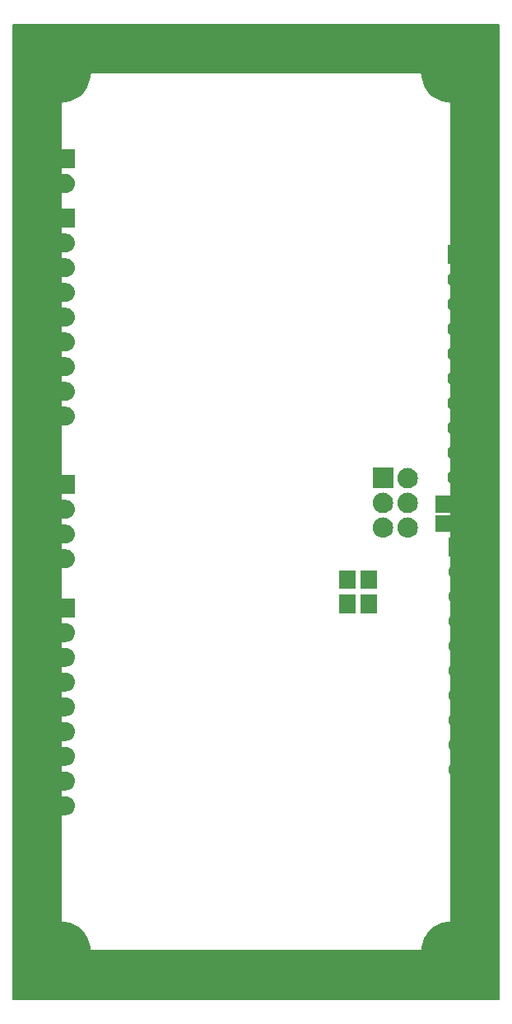
<source format=gbs>
G04 #@! TF.GenerationSoftware,KiCad,Pcbnew,(5.0.2)-1*
G04 #@! TF.CreationDate,2019-03-14T17:23:15+01:00*
G04 #@! TF.ProjectId,Alexi2c,416c6578-6932-4632-9e6b-696361645f70,rev?*
G04 #@! TF.SameCoordinates,Original*
G04 #@! TF.FileFunction,Soldermask,Bot*
G04 #@! TF.FilePolarity,Negative*
%FSLAX46Y46*%
G04 Gerber Fmt 4.6, Leading zero omitted, Abs format (unit mm)*
G04 Created by KiCad (PCBNEW (5.0.2)-1) date 14/03/2019 17:23:15*
%MOMM*%
%LPD*%
G01*
G04 APERTURE LIST*
%ADD10C,0.150000*%
%ADD11C,0.100000*%
G04 APERTURE END LIST*
D10*
X90000000Y-135000000D02*
X90000000Y-35000000D01*
X140000000Y-135000000D02*
X90000000Y-135000000D01*
X140000000Y-35000000D02*
X140000000Y-135000000D01*
X90000000Y-35000000D02*
X140000000Y-35000000D01*
D11*
G36*
X140000000Y-135000000D02*
X90000000Y-135000000D01*
X90000000Y-43075000D01*
X95000000Y-43075000D01*
X95000000Y-47643000D01*
X95002402Y-47667386D01*
X95009515Y-47690835D01*
X95021066Y-47712446D01*
X95036612Y-47731388D01*
X95055554Y-47746934D01*
X95077165Y-47758485D01*
X95100614Y-47765598D01*
X95125000Y-47768000D01*
X96374750Y-47768000D01*
X96374750Y-49692000D01*
X95125000Y-49692000D01*
X95100614Y-49694402D01*
X95077165Y-49701515D01*
X95055554Y-49713066D01*
X95036612Y-49728612D01*
X95021066Y-49747554D01*
X95009515Y-49769165D01*
X95002402Y-49792614D01*
X95000000Y-49817000D01*
X95000000Y-50183000D01*
X95002402Y-50207386D01*
X95009515Y-50230835D01*
X95021066Y-50252446D01*
X95036612Y-50271388D01*
X95055554Y-50286934D01*
X95077165Y-50298485D01*
X95100614Y-50305598D01*
X95125000Y-50308000D01*
X95460007Y-50308000D01*
X95601336Y-50321919D01*
X95782670Y-50376927D01*
X95949797Y-50466258D01*
X96096278Y-50586472D01*
X96216492Y-50732953D01*
X96305823Y-50900080D01*
X96360831Y-51081414D01*
X96379404Y-51270000D01*
X96360831Y-51458586D01*
X96305823Y-51639920D01*
X96216492Y-51807047D01*
X96096278Y-51953528D01*
X95949797Y-52073742D01*
X95782670Y-52163073D01*
X95601336Y-52218081D01*
X95460007Y-52232000D01*
X95125000Y-52232000D01*
X95100614Y-52234402D01*
X95077165Y-52241515D01*
X95055554Y-52253066D01*
X95036612Y-52268612D01*
X95021066Y-52287554D01*
X95009515Y-52309165D01*
X95002402Y-52332614D01*
X95000000Y-52357000D01*
X95000000Y-53753000D01*
X95002402Y-53777386D01*
X95009515Y-53800835D01*
X95021066Y-53822446D01*
X95036612Y-53841388D01*
X95055554Y-53856934D01*
X95077165Y-53868485D01*
X95100614Y-53875598D01*
X95125000Y-53878000D01*
X96374750Y-53878000D01*
X96374750Y-55802000D01*
X95125000Y-55802000D01*
X95100614Y-55804402D01*
X95077165Y-55811515D01*
X95055554Y-55823066D01*
X95036612Y-55838612D01*
X95021066Y-55857554D01*
X95009515Y-55879165D01*
X95002402Y-55902614D01*
X95000000Y-55927000D01*
X95000000Y-56293000D01*
X95002402Y-56317386D01*
X95009515Y-56340835D01*
X95021066Y-56362446D01*
X95036612Y-56381388D01*
X95055554Y-56396934D01*
X95077165Y-56408485D01*
X95100614Y-56415598D01*
X95125000Y-56418000D01*
X95460007Y-56418000D01*
X95601336Y-56431919D01*
X95782670Y-56486927D01*
X95949797Y-56576258D01*
X96096278Y-56696472D01*
X96216492Y-56842953D01*
X96305823Y-57010080D01*
X96360831Y-57191414D01*
X96379404Y-57380000D01*
X96360831Y-57568586D01*
X96305823Y-57749920D01*
X96216492Y-57917047D01*
X96096278Y-58063528D01*
X95949797Y-58183742D01*
X95782670Y-58273073D01*
X95601336Y-58328081D01*
X95460007Y-58342000D01*
X95125000Y-58342000D01*
X95100614Y-58344402D01*
X95077165Y-58351515D01*
X95055554Y-58363066D01*
X95036612Y-58378612D01*
X95021066Y-58397554D01*
X95009515Y-58419165D01*
X95002402Y-58442614D01*
X95000000Y-58467000D01*
X95000000Y-58833000D01*
X95002402Y-58857386D01*
X95009515Y-58880835D01*
X95021066Y-58902446D01*
X95036612Y-58921388D01*
X95055554Y-58936934D01*
X95077165Y-58948485D01*
X95100614Y-58955598D01*
X95125000Y-58958000D01*
X95460007Y-58958000D01*
X95601336Y-58971919D01*
X95782670Y-59026927D01*
X95949797Y-59116258D01*
X96096278Y-59236472D01*
X96216492Y-59382953D01*
X96305823Y-59550080D01*
X96360831Y-59731414D01*
X96379404Y-59920000D01*
X96360831Y-60108586D01*
X96305823Y-60289920D01*
X96216492Y-60457047D01*
X96096278Y-60603528D01*
X95949797Y-60723742D01*
X95782670Y-60813073D01*
X95601336Y-60868081D01*
X95460007Y-60882000D01*
X95125000Y-60882000D01*
X95100614Y-60884402D01*
X95077165Y-60891515D01*
X95055554Y-60903066D01*
X95036612Y-60918612D01*
X95021066Y-60937554D01*
X95009515Y-60959165D01*
X95002402Y-60982614D01*
X95000000Y-61007000D01*
X95000000Y-61373000D01*
X95002402Y-61397386D01*
X95009515Y-61420835D01*
X95021066Y-61442446D01*
X95036612Y-61461388D01*
X95055554Y-61476934D01*
X95077165Y-61488485D01*
X95100614Y-61495598D01*
X95125000Y-61498000D01*
X95460007Y-61498000D01*
X95601336Y-61511919D01*
X95782670Y-61566927D01*
X95949797Y-61656258D01*
X96096278Y-61776472D01*
X96216492Y-61922953D01*
X96305823Y-62090080D01*
X96360831Y-62271414D01*
X96379404Y-62460000D01*
X96360831Y-62648586D01*
X96305823Y-62829920D01*
X96216492Y-62997047D01*
X96096278Y-63143528D01*
X95949797Y-63263742D01*
X95782670Y-63353073D01*
X95601336Y-63408081D01*
X95460007Y-63422000D01*
X95125000Y-63422000D01*
X95100614Y-63424402D01*
X95077165Y-63431515D01*
X95055554Y-63443066D01*
X95036612Y-63458612D01*
X95021066Y-63477554D01*
X95009515Y-63499165D01*
X95002402Y-63522614D01*
X95000000Y-63547000D01*
X95000000Y-63913000D01*
X95002402Y-63937386D01*
X95009515Y-63960835D01*
X95021066Y-63982446D01*
X95036612Y-64001388D01*
X95055554Y-64016934D01*
X95077165Y-64028485D01*
X95100614Y-64035598D01*
X95125000Y-64038000D01*
X95460007Y-64038000D01*
X95601336Y-64051919D01*
X95782670Y-64106927D01*
X95949797Y-64196258D01*
X96096278Y-64316472D01*
X96216492Y-64462953D01*
X96305823Y-64630080D01*
X96360831Y-64811414D01*
X96379404Y-65000000D01*
X96360831Y-65188586D01*
X96305823Y-65369920D01*
X96216492Y-65537047D01*
X96096278Y-65683528D01*
X95949797Y-65803742D01*
X95782670Y-65893073D01*
X95601336Y-65948081D01*
X95460007Y-65962000D01*
X95125000Y-65962000D01*
X95100614Y-65964402D01*
X95077165Y-65971515D01*
X95055554Y-65983066D01*
X95036612Y-65998612D01*
X95021066Y-66017554D01*
X95009515Y-66039165D01*
X95002402Y-66062614D01*
X95000000Y-66087000D01*
X95000000Y-66453000D01*
X95002402Y-66477386D01*
X95009515Y-66500835D01*
X95021066Y-66522446D01*
X95036612Y-66541388D01*
X95055554Y-66556934D01*
X95077165Y-66568485D01*
X95100614Y-66575598D01*
X95125000Y-66578000D01*
X95460007Y-66578000D01*
X95601336Y-66591919D01*
X95782670Y-66646927D01*
X95949797Y-66736258D01*
X96096278Y-66856472D01*
X96216492Y-67002953D01*
X96305823Y-67170080D01*
X96360831Y-67351414D01*
X96379404Y-67540000D01*
X96360831Y-67728586D01*
X96305823Y-67909920D01*
X96216492Y-68077047D01*
X96096278Y-68223528D01*
X95949797Y-68343742D01*
X95782670Y-68433073D01*
X95601336Y-68488081D01*
X95460007Y-68502000D01*
X95125000Y-68502000D01*
X95100614Y-68504402D01*
X95077165Y-68511515D01*
X95055554Y-68523066D01*
X95036612Y-68538612D01*
X95021066Y-68557554D01*
X95009515Y-68579165D01*
X95002402Y-68602614D01*
X95000000Y-68627000D01*
X95000000Y-68993000D01*
X95002402Y-69017386D01*
X95009515Y-69040835D01*
X95021066Y-69062446D01*
X95036612Y-69081388D01*
X95055554Y-69096934D01*
X95077165Y-69108485D01*
X95100614Y-69115598D01*
X95125000Y-69118000D01*
X95460007Y-69118000D01*
X95601336Y-69131919D01*
X95782670Y-69186927D01*
X95949797Y-69276258D01*
X96096278Y-69396472D01*
X96216492Y-69542953D01*
X96305823Y-69710080D01*
X96360831Y-69891414D01*
X96379404Y-70080000D01*
X96360831Y-70268586D01*
X96305823Y-70449920D01*
X96216492Y-70617047D01*
X96096278Y-70763528D01*
X95949797Y-70883742D01*
X95782670Y-70973073D01*
X95601336Y-71028081D01*
X95460007Y-71042000D01*
X95125000Y-71042000D01*
X95100614Y-71044402D01*
X95077165Y-71051515D01*
X95055554Y-71063066D01*
X95036612Y-71078612D01*
X95021066Y-71097554D01*
X95009515Y-71119165D01*
X95002402Y-71142614D01*
X95000000Y-71167000D01*
X95000000Y-71533000D01*
X95002402Y-71557386D01*
X95009515Y-71580835D01*
X95021066Y-71602446D01*
X95036612Y-71621388D01*
X95055554Y-71636934D01*
X95077165Y-71648485D01*
X95100614Y-71655598D01*
X95125000Y-71658000D01*
X95460007Y-71658000D01*
X95601336Y-71671919D01*
X95782670Y-71726927D01*
X95949797Y-71816258D01*
X96096278Y-71936472D01*
X96216492Y-72082953D01*
X96305823Y-72250080D01*
X96360831Y-72431414D01*
X96379404Y-72620000D01*
X96360831Y-72808586D01*
X96305823Y-72989920D01*
X96216492Y-73157047D01*
X96096278Y-73303528D01*
X95949797Y-73423742D01*
X95782670Y-73513073D01*
X95601336Y-73568081D01*
X95460007Y-73582000D01*
X95125000Y-73582000D01*
X95100614Y-73584402D01*
X95077165Y-73591515D01*
X95055554Y-73603066D01*
X95036612Y-73618612D01*
X95021066Y-73637554D01*
X95009515Y-73659165D01*
X95002402Y-73682614D01*
X95000000Y-73707000D01*
X95000000Y-74073000D01*
X95002402Y-74097386D01*
X95009515Y-74120835D01*
X95021066Y-74142446D01*
X95036612Y-74161388D01*
X95055554Y-74176934D01*
X95077165Y-74188485D01*
X95100614Y-74195598D01*
X95125000Y-74198000D01*
X95460007Y-74198000D01*
X95601336Y-74211919D01*
X95782670Y-74266927D01*
X95949797Y-74356258D01*
X96096278Y-74476472D01*
X96216492Y-74622953D01*
X96305823Y-74790080D01*
X96360831Y-74971414D01*
X96379404Y-75160000D01*
X96360831Y-75348586D01*
X96305823Y-75529920D01*
X96216492Y-75697047D01*
X96096278Y-75843528D01*
X95949797Y-75963742D01*
X95782670Y-76053073D01*
X95601336Y-76108081D01*
X95460007Y-76122000D01*
X95125000Y-76122000D01*
X95100614Y-76124402D01*
X95077165Y-76131515D01*
X95055554Y-76143066D01*
X95036612Y-76158612D01*
X95021066Y-76177554D01*
X95009515Y-76199165D01*
X95002402Y-76222614D01*
X95000000Y-76247000D01*
X95000000Y-81103000D01*
X95002402Y-81127386D01*
X95009515Y-81150835D01*
X95021066Y-81172446D01*
X95036612Y-81191388D01*
X95055554Y-81206934D01*
X95077165Y-81218485D01*
X95100614Y-81225598D01*
X95125000Y-81228000D01*
X96374750Y-81228000D01*
X96374750Y-83152000D01*
X95125000Y-83152000D01*
X95100614Y-83154402D01*
X95077165Y-83161515D01*
X95055554Y-83173066D01*
X95036612Y-83188612D01*
X95021066Y-83207554D01*
X95009515Y-83229165D01*
X95002402Y-83252614D01*
X95000000Y-83277000D01*
X95000000Y-83643000D01*
X95002402Y-83667386D01*
X95009515Y-83690835D01*
X95021066Y-83712446D01*
X95036612Y-83731388D01*
X95055554Y-83746934D01*
X95077165Y-83758485D01*
X95100614Y-83765598D01*
X95125000Y-83768000D01*
X95460007Y-83768000D01*
X95601336Y-83781919D01*
X95782670Y-83836927D01*
X95949797Y-83926258D01*
X96096278Y-84046472D01*
X96216492Y-84192953D01*
X96305823Y-84360080D01*
X96360831Y-84541414D01*
X96379404Y-84730000D01*
X96360831Y-84918586D01*
X96305823Y-85099920D01*
X96216492Y-85267047D01*
X96096278Y-85413528D01*
X95949797Y-85533742D01*
X95782670Y-85623073D01*
X95601336Y-85678081D01*
X95460007Y-85692000D01*
X95125000Y-85692000D01*
X95100614Y-85694402D01*
X95077165Y-85701515D01*
X95055554Y-85713066D01*
X95036612Y-85728612D01*
X95021066Y-85747554D01*
X95009515Y-85769165D01*
X95002402Y-85792614D01*
X95000000Y-85817000D01*
X95000000Y-86183000D01*
X95002402Y-86207386D01*
X95009515Y-86230835D01*
X95021066Y-86252446D01*
X95036612Y-86271388D01*
X95055554Y-86286934D01*
X95077165Y-86298485D01*
X95100614Y-86305598D01*
X95125000Y-86308000D01*
X95460007Y-86308000D01*
X95601336Y-86321919D01*
X95782670Y-86376927D01*
X95949797Y-86466258D01*
X96096278Y-86586472D01*
X96216492Y-86732953D01*
X96305823Y-86900080D01*
X96360831Y-87081414D01*
X96379404Y-87270000D01*
X96360831Y-87458586D01*
X96305823Y-87639920D01*
X96216492Y-87807047D01*
X96096278Y-87953528D01*
X95949797Y-88073742D01*
X95782670Y-88163073D01*
X95601336Y-88218081D01*
X95460007Y-88232000D01*
X95125000Y-88232000D01*
X95100614Y-88234402D01*
X95077165Y-88241515D01*
X95055554Y-88253066D01*
X95036612Y-88268612D01*
X95021066Y-88287554D01*
X95009515Y-88309165D01*
X95002402Y-88332614D01*
X95000000Y-88357000D01*
X95000000Y-88723000D01*
X95002402Y-88747386D01*
X95009515Y-88770835D01*
X95021066Y-88792446D01*
X95036612Y-88811388D01*
X95055554Y-88826934D01*
X95077165Y-88838485D01*
X95100614Y-88845598D01*
X95125000Y-88848000D01*
X95460007Y-88848000D01*
X95601336Y-88861919D01*
X95782670Y-88916927D01*
X95949797Y-89006258D01*
X96096278Y-89126472D01*
X96216492Y-89272953D01*
X96305823Y-89440080D01*
X96360831Y-89621414D01*
X96379404Y-89810000D01*
X96360831Y-89998586D01*
X96305823Y-90179920D01*
X96216492Y-90347047D01*
X96096278Y-90493528D01*
X95949797Y-90613742D01*
X95782670Y-90703073D01*
X95601336Y-90758081D01*
X95460007Y-90772000D01*
X95125000Y-90772000D01*
X95100614Y-90774402D01*
X95077165Y-90781515D01*
X95055554Y-90793066D01*
X95036612Y-90808612D01*
X95021066Y-90827554D01*
X95009515Y-90849165D01*
X95002402Y-90872614D01*
X95000000Y-90897000D01*
X95000000Y-93753000D01*
X95002402Y-93777386D01*
X95009515Y-93800835D01*
X95021066Y-93822446D01*
X95036612Y-93841388D01*
X95055554Y-93856934D01*
X95077165Y-93868485D01*
X95100614Y-93875598D01*
X95125000Y-93878000D01*
X96374750Y-93878000D01*
X96374750Y-95802000D01*
X95125000Y-95802000D01*
X95100614Y-95804402D01*
X95077165Y-95811515D01*
X95055554Y-95823066D01*
X95036612Y-95838612D01*
X95021066Y-95857554D01*
X95009515Y-95879165D01*
X95002402Y-95902614D01*
X95000000Y-95927000D01*
X95000000Y-96293000D01*
X95002402Y-96317386D01*
X95009515Y-96340835D01*
X95021066Y-96362446D01*
X95036612Y-96381388D01*
X95055554Y-96396934D01*
X95077165Y-96408485D01*
X95100614Y-96415598D01*
X95125000Y-96418000D01*
X95460007Y-96418000D01*
X95601336Y-96431919D01*
X95782670Y-96486927D01*
X95949797Y-96576258D01*
X96096278Y-96696472D01*
X96216492Y-96842953D01*
X96305823Y-97010080D01*
X96360831Y-97191414D01*
X96379404Y-97380000D01*
X96360831Y-97568586D01*
X96305823Y-97749920D01*
X96216492Y-97917047D01*
X96096278Y-98063528D01*
X95949797Y-98183742D01*
X95782670Y-98273073D01*
X95601336Y-98328081D01*
X95460007Y-98342000D01*
X95125000Y-98342000D01*
X95100614Y-98344402D01*
X95077165Y-98351515D01*
X95055554Y-98363066D01*
X95036612Y-98378612D01*
X95021066Y-98397554D01*
X95009515Y-98419165D01*
X95002402Y-98442614D01*
X95000000Y-98467000D01*
X95000000Y-98833000D01*
X95002402Y-98857386D01*
X95009515Y-98880835D01*
X95021066Y-98902446D01*
X95036612Y-98921388D01*
X95055554Y-98936934D01*
X95077165Y-98948485D01*
X95100614Y-98955598D01*
X95125000Y-98958000D01*
X95460007Y-98958000D01*
X95601336Y-98971919D01*
X95782670Y-99026927D01*
X95949797Y-99116258D01*
X96096278Y-99236472D01*
X96216492Y-99382953D01*
X96305823Y-99550080D01*
X96360831Y-99731414D01*
X96379404Y-99920000D01*
X96360831Y-100108586D01*
X96305823Y-100289920D01*
X96216492Y-100457047D01*
X96096278Y-100603528D01*
X95949797Y-100723742D01*
X95782670Y-100813073D01*
X95601336Y-100868081D01*
X95460007Y-100882000D01*
X95125000Y-100882000D01*
X95100614Y-100884402D01*
X95077165Y-100891515D01*
X95055554Y-100903066D01*
X95036612Y-100918612D01*
X95021066Y-100937554D01*
X95009515Y-100959165D01*
X95002402Y-100982614D01*
X95000000Y-101007000D01*
X95000000Y-101373000D01*
X95002402Y-101397386D01*
X95009515Y-101420835D01*
X95021066Y-101442446D01*
X95036612Y-101461388D01*
X95055554Y-101476934D01*
X95077165Y-101488485D01*
X95100614Y-101495598D01*
X95125000Y-101498000D01*
X95460007Y-101498000D01*
X95601336Y-101511919D01*
X95782670Y-101566927D01*
X95949797Y-101656258D01*
X96096278Y-101776472D01*
X96216492Y-101922953D01*
X96305823Y-102090080D01*
X96360831Y-102271414D01*
X96379404Y-102460000D01*
X96360831Y-102648586D01*
X96305823Y-102829920D01*
X96216492Y-102997047D01*
X96096278Y-103143528D01*
X95949797Y-103263742D01*
X95782670Y-103353073D01*
X95601336Y-103408081D01*
X95460007Y-103422000D01*
X95125000Y-103422000D01*
X95100614Y-103424402D01*
X95077165Y-103431515D01*
X95055554Y-103443066D01*
X95036612Y-103458612D01*
X95021066Y-103477554D01*
X95009515Y-103499165D01*
X95002402Y-103522614D01*
X95000000Y-103547000D01*
X95000000Y-103913000D01*
X95002402Y-103937386D01*
X95009515Y-103960835D01*
X95021066Y-103982446D01*
X95036612Y-104001388D01*
X95055554Y-104016934D01*
X95077165Y-104028485D01*
X95100614Y-104035598D01*
X95125000Y-104038000D01*
X95460007Y-104038000D01*
X95601336Y-104051919D01*
X95782670Y-104106927D01*
X95949797Y-104196258D01*
X96096278Y-104316472D01*
X96216492Y-104462953D01*
X96305823Y-104630080D01*
X96360831Y-104811414D01*
X96379404Y-105000000D01*
X96360831Y-105188586D01*
X96305823Y-105369920D01*
X96216492Y-105537047D01*
X96096278Y-105683528D01*
X95949797Y-105803742D01*
X95782670Y-105893073D01*
X95601336Y-105948081D01*
X95460007Y-105962000D01*
X95125000Y-105962000D01*
X95100614Y-105964402D01*
X95077165Y-105971515D01*
X95055554Y-105983066D01*
X95036612Y-105998612D01*
X95021066Y-106017554D01*
X95009515Y-106039165D01*
X95002402Y-106062614D01*
X95000000Y-106087000D01*
X95000000Y-106453000D01*
X95002402Y-106477386D01*
X95009515Y-106500835D01*
X95021066Y-106522446D01*
X95036612Y-106541388D01*
X95055554Y-106556934D01*
X95077165Y-106568485D01*
X95100614Y-106575598D01*
X95125000Y-106578000D01*
X95460007Y-106578000D01*
X95601336Y-106591919D01*
X95782670Y-106646927D01*
X95949797Y-106736258D01*
X96096278Y-106856472D01*
X96216492Y-107002953D01*
X96305823Y-107170080D01*
X96360831Y-107351414D01*
X96379404Y-107540000D01*
X96360831Y-107728586D01*
X96305823Y-107909920D01*
X96216492Y-108077047D01*
X96096278Y-108223528D01*
X95949797Y-108343742D01*
X95782670Y-108433073D01*
X95601336Y-108488081D01*
X95460007Y-108502000D01*
X95125000Y-108502000D01*
X95100614Y-108504402D01*
X95077165Y-108511515D01*
X95055554Y-108523066D01*
X95036612Y-108538612D01*
X95021066Y-108557554D01*
X95009515Y-108579165D01*
X95002402Y-108602614D01*
X95000000Y-108627000D01*
X95000000Y-108993000D01*
X95002402Y-109017386D01*
X95009515Y-109040835D01*
X95021066Y-109062446D01*
X95036612Y-109081388D01*
X95055554Y-109096934D01*
X95077165Y-109108485D01*
X95100614Y-109115598D01*
X95125000Y-109118000D01*
X95460007Y-109118000D01*
X95601336Y-109131919D01*
X95782670Y-109186927D01*
X95949797Y-109276258D01*
X96096278Y-109396472D01*
X96216492Y-109542953D01*
X96305823Y-109710080D01*
X96360831Y-109891414D01*
X96379404Y-110080000D01*
X96360831Y-110268586D01*
X96305823Y-110449920D01*
X96216492Y-110617047D01*
X96096278Y-110763528D01*
X95949797Y-110883742D01*
X95782670Y-110973073D01*
X95601336Y-111028081D01*
X95460007Y-111042000D01*
X95125000Y-111042000D01*
X95100614Y-111044402D01*
X95077165Y-111051515D01*
X95055554Y-111063066D01*
X95036612Y-111078612D01*
X95021066Y-111097554D01*
X95009515Y-111119165D01*
X95002402Y-111142614D01*
X95000000Y-111167000D01*
X95000000Y-111533000D01*
X95002402Y-111557386D01*
X95009515Y-111580835D01*
X95021066Y-111602446D01*
X95036612Y-111621388D01*
X95055554Y-111636934D01*
X95077165Y-111648485D01*
X95100614Y-111655598D01*
X95125000Y-111658000D01*
X95460007Y-111658000D01*
X95601336Y-111671919D01*
X95782670Y-111726927D01*
X95949797Y-111816258D01*
X96096278Y-111936472D01*
X96216492Y-112082953D01*
X96305823Y-112250080D01*
X96360831Y-112431414D01*
X96379404Y-112620000D01*
X96360831Y-112808586D01*
X96305823Y-112989920D01*
X96216492Y-113157047D01*
X96096278Y-113303528D01*
X95949797Y-113423742D01*
X95782670Y-113513073D01*
X95601336Y-113568081D01*
X95460007Y-113582000D01*
X95125000Y-113582000D01*
X95100614Y-113584402D01*
X95077165Y-113591515D01*
X95055554Y-113603066D01*
X95036612Y-113618612D01*
X95021066Y-113637554D01*
X95009515Y-113659165D01*
X95002402Y-113682614D01*
X95000000Y-113707000D01*
X95000000Y-114073000D01*
X95002402Y-114097386D01*
X95009515Y-114120835D01*
X95021066Y-114142446D01*
X95036612Y-114161388D01*
X95055554Y-114176934D01*
X95077165Y-114188485D01*
X95100614Y-114195598D01*
X95125000Y-114198000D01*
X95460007Y-114198000D01*
X95601336Y-114211919D01*
X95782670Y-114266927D01*
X95949797Y-114356258D01*
X96096278Y-114476472D01*
X96216492Y-114622953D01*
X96305823Y-114790080D01*
X96360831Y-114971414D01*
X96379404Y-115160000D01*
X96360831Y-115348586D01*
X96305823Y-115529920D01*
X96216492Y-115697047D01*
X96096278Y-115843528D01*
X95949797Y-115963742D01*
X95782670Y-116053073D01*
X95601336Y-116108081D01*
X95460007Y-116122000D01*
X95125000Y-116122000D01*
X95100614Y-116124402D01*
X95077165Y-116131515D01*
X95055554Y-116143066D01*
X95036612Y-116158612D01*
X95021066Y-116177554D01*
X95009515Y-116199165D01*
X95002402Y-116222614D01*
X95000000Y-116247000D01*
X95000000Y-126925000D01*
X95002402Y-126949386D01*
X95009515Y-126972835D01*
X95021066Y-126994446D01*
X95036612Y-127013388D01*
X95055554Y-127028934D01*
X95077165Y-127040485D01*
X95100614Y-127047598D01*
X95125000Y-127050000D01*
X95290551Y-127050000D01*
X95860483Y-127163366D01*
X96397348Y-127385743D01*
X96397349Y-127385744D01*
X96880516Y-127708585D01*
X97291415Y-128119484D01*
X97506642Y-128441595D01*
X97614257Y-128602652D01*
X97836634Y-129139517D01*
X97950000Y-129709449D01*
X97950000Y-129875000D01*
X97952402Y-129899386D01*
X97959515Y-129922835D01*
X97971066Y-129944446D01*
X97986612Y-129963388D01*
X98005554Y-129978934D01*
X98027165Y-129990485D01*
X98050614Y-129997598D01*
X98075000Y-130000000D01*
X131925000Y-130000000D01*
X131949386Y-129997598D01*
X131972835Y-129990485D01*
X131994446Y-129978934D01*
X132013388Y-129963388D01*
X132028934Y-129944446D01*
X132040485Y-129922835D01*
X132047598Y-129899386D01*
X132050000Y-129875000D01*
X132050000Y-129709449D01*
X132163366Y-129139517D01*
X132385743Y-128602652D01*
X132493358Y-128441595D01*
X132708585Y-128119484D01*
X133119484Y-127708585D01*
X133602651Y-127385744D01*
X133602652Y-127385743D01*
X134139517Y-127163366D01*
X134709449Y-127050000D01*
X134875000Y-127050000D01*
X134899386Y-127047598D01*
X134922835Y-127040485D01*
X134944446Y-127028934D01*
X134963388Y-127013388D01*
X134978934Y-126994446D01*
X134990485Y-126972835D01*
X134997598Y-126949386D01*
X135000000Y-126925000D01*
X135000000Y-112090868D01*
X134997598Y-112066482D01*
X134990485Y-112043033D01*
X134978934Y-112021422D01*
X134971626Y-112011569D01*
X134959708Y-111997046D01*
X134870377Y-111829920D01*
X134815369Y-111648586D01*
X134796796Y-111460000D01*
X134815369Y-111271414D01*
X134870377Y-111090080D01*
X134959708Y-110922954D01*
X134971626Y-110908431D01*
X134985240Y-110888057D01*
X134994617Y-110865418D01*
X134999398Y-110841384D01*
X135000000Y-110829132D01*
X135000000Y-109550868D01*
X134997598Y-109526482D01*
X134990485Y-109503033D01*
X134978934Y-109481422D01*
X134971626Y-109471569D01*
X134959708Y-109457046D01*
X134870377Y-109289920D01*
X134815369Y-109108586D01*
X134796796Y-108920000D01*
X134815369Y-108731414D01*
X134870377Y-108550080D01*
X134959708Y-108382954D01*
X134971626Y-108368431D01*
X134985240Y-108348057D01*
X134994617Y-108325418D01*
X134999398Y-108301384D01*
X135000000Y-108289132D01*
X135000000Y-107010868D01*
X134997598Y-106986482D01*
X134990485Y-106963033D01*
X134978934Y-106941422D01*
X134971626Y-106931569D01*
X134959708Y-106917046D01*
X134870377Y-106749920D01*
X134815369Y-106568586D01*
X134796796Y-106380000D01*
X134815369Y-106191414D01*
X134870377Y-106010080D01*
X134959708Y-105842954D01*
X134971626Y-105828431D01*
X134985240Y-105808057D01*
X134994617Y-105785418D01*
X134999398Y-105761384D01*
X135000000Y-105749132D01*
X135000000Y-104470868D01*
X134997598Y-104446482D01*
X134990485Y-104423033D01*
X134978934Y-104401422D01*
X134971626Y-104391569D01*
X134959708Y-104377046D01*
X134870377Y-104209920D01*
X134815369Y-104028586D01*
X134796796Y-103840000D01*
X134815369Y-103651414D01*
X134870377Y-103470080D01*
X134959708Y-103302954D01*
X134971626Y-103288431D01*
X134985240Y-103268057D01*
X134994617Y-103245418D01*
X134999398Y-103221384D01*
X135000000Y-103209132D01*
X135000000Y-101930868D01*
X134997598Y-101906482D01*
X134990485Y-101883033D01*
X134978934Y-101861422D01*
X134971626Y-101851569D01*
X134959708Y-101837046D01*
X134870377Y-101669920D01*
X134815369Y-101488586D01*
X134796796Y-101300000D01*
X134815369Y-101111414D01*
X134870377Y-100930080D01*
X134959708Y-100762954D01*
X134971626Y-100748431D01*
X134985240Y-100728057D01*
X134994617Y-100705418D01*
X134999398Y-100681384D01*
X135000000Y-100669132D01*
X135000000Y-99390868D01*
X134997598Y-99366482D01*
X134990485Y-99343033D01*
X134978934Y-99321422D01*
X134971626Y-99311569D01*
X134959708Y-99297046D01*
X134870377Y-99129920D01*
X134815369Y-98948586D01*
X134796796Y-98760000D01*
X134815369Y-98571414D01*
X134870377Y-98390080D01*
X134959708Y-98222954D01*
X134971626Y-98208431D01*
X134985240Y-98188057D01*
X134994617Y-98165418D01*
X134999398Y-98141384D01*
X135000000Y-98129132D01*
X135000000Y-96850868D01*
X134997598Y-96826482D01*
X134990485Y-96803033D01*
X134978934Y-96781422D01*
X134971626Y-96771569D01*
X134959708Y-96757046D01*
X134870377Y-96589920D01*
X134815369Y-96408586D01*
X134796796Y-96220000D01*
X134815369Y-96031414D01*
X134870377Y-95850080D01*
X134959708Y-95682954D01*
X134971626Y-95668431D01*
X134985240Y-95648057D01*
X134994617Y-95625418D01*
X134999398Y-95601384D01*
X135000000Y-95589132D01*
X135000000Y-94310868D01*
X134997598Y-94286482D01*
X134990485Y-94263033D01*
X134978934Y-94241422D01*
X134971626Y-94231569D01*
X134959708Y-94217046D01*
X134870377Y-94049920D01*
X134815369Y-93868586D01*
X134796796Y-93680000D01*
X134815369Y-93491414D01*
X134870377Y-93310080D01*
X134959708Y-93142954D01*
X134971626Y-93128431D01*
X134985240Y-93108057D01*
X134994617Y-93085418D01*
X134999398Y-93061384D01*
X135000000Y-93049132D01*
X135000000Y-91770868D01*
X134997598Y-91746482D01*
X134990485Y-91723033D01*
X134978934Y-91701422D01*
X134971626Y-91691569D01*
X134959708Y-91677046D01*
X134870377Y-91509920D01*
X134815369Y-91328586D01*
X134796796Y-91140000D01*
X134815369Y-90951414D01*
X134870377Y-90770080D01*
X134959708Y-90602954D01*
X134971626Y-90588431D01*
X134985240Y-90568057D01*
X134994617Y-90545418D01*
X134999398Y-90521384D01*
X135000000Y-90509132D01*
X135000000Y-89687000D01*
X134997598Y-89662614D01*
X134990485Y-89639165D01*
X134978934Y-89617554D01*
X134963388Y-89598612D01*
X134944446Y-89583066D01*
X134922835Y-89571515D01*
X134899386Y-89564402D01*
X134875000Y-89562000D01*
X134801450Y-89562000D01*
X134801450Y-87638000D01*
X134875000Y-87638000D01*
X134899386Y-87635598D01*
X134922835Y-87628485D01*
X134944446Y-87616934D01*
X134963388Y-87601388D01*
X134978934Y-87582446D01*
X134990485Y-87560835D01*
X134997598Y-87537386D01*
X135000000Y-87513000D01*
X135000000Y-87175000D01*
X134997598Y-87150614D01*
X134990485Y-87127165D01*
X134978934Y-87105554D01*
X134963388Y-87086612D01*
X134944446Y-87071066D01*
X134922835Y-87059515D01*
X134899386Y-87052402D01*
X134875000Y-87050000D01*
X133500000Y-87050000D01*
X133500000Y-85350000D01*
X134875000Y-85350000D01*
X134899386Y-85347598D01*
X134922835Y-85340485D01*
X134944446Y-85328934D01*
X134963388Y-85313388D01*
X134978934Y-85294446D01*
X134990485Y-85272835D01*
X134997598Y-85249386D01*
X135000000Y-85225000D01*
X135000000Y-85175000D01*
X134997598Y-85150614D01*
X134990485Y-85127165D01*
X134978934Y-85105554D01*
X134963388Y-85086612D01*
X134944446Y-85071066D01*
X134922835Y-85059515D01*
X134899386Y-85052402D01*
X134875000Y-85050000D01*
X133500000Y-85050000D01*
X133500000Y-83350000D01*
X134875000Y-83350000D01*
X134899386Y-83347598D01*
X134922835Y-83340485D01*
X134944446Y-83328934D01*
X134963388Y-83313388D01*
X134978934Y-83294446D01*
X134990485Y-83272835D01*
X134997598Y-83249386D01*
X135000000Y-83225000D01*
X135000000Y-82182719D01*
X134997598Y-82158333D01*
X134990485Y-82134884D01*
X134971626Y-82103420D01*
X134859708Y-81967047D01*
X134770377Y-81799920D01*
X134715369Y-81618586D01*
X134696796Y-81430000D01*
X134715369Y-81241414D01*
X134770377Y-81060080D01*
X134859708Y-80892953D01*
X134971626Y-80756580D01*
X134985240Y-80736205D01*
X134994618Y-80713566D01*
X135000000Y-80677281D01*
X135000000Y-79642719D01*
X134997598Y-79618333D01*
X134990485Y-79594884D01*
X134971626Y-79563420D01*
X134859708Y-79427047D01*
X134770377Y-79259920D01*
X134715369Y-79078586D01*
X134696796Y-78890000D01*
X134715369Y-78701414D01*
X134770377Y-78520080D01*
X134859708Y-78352953D01*
X134971626Y-78216580D01*
X134985240Y-78196205D01*
X134994618Y-78173566D01*
X135000000Y-78137281D01*
X135000000Y-77102719D01*
X134997598Y-77078333D01*
X134990485Y-77054884D01*
X134971626Y-77023420D01*
X134859708Y-76887047D01*
X134770377Y-76719920D01*
X134715369Y-76538586D01*
X134696796Y-76350000D01*
X134715369Y-76161414D01*
X134770377Y-75980080D01*
X134859708Y-75812953D01*
X134971626Y-75676580D01*
X134985240Y-75656205D01*
X134994618Y-75633566D01*
X135000000Y-75597281D01*
X135000000Y-74562719D01*
X134997598Y-74538333D01*
X134990485Y-74514884D01*
X134971626Y-74483420D01*
X134859708Y-74347047D01*
X134770377Y-74179920D01*
X134715369Y-73998586D01*
X134696796Y-73810000D01*
X134715369Y-73621414D01*
X134770377Y-73440080D01*
X134859708Y-73272953D01*
X134971626Y-73136580D01*
X134985240Y-73116205D01*
X134994618Y-73093566D01*
X135000000Y-73057281D01*
X135000000Y-72022719D01*
X134997598Y-71998333D01*
X134990485Y-71974884D01*
X134971626Y-71943420D01*
X134859708Y-71807047D01*
X134770377Y-71639920D01*
X134715369Y-71458586D01*
X134696796Y-71270000D01*
X134715369Y-71081414D01*
X134770377Y-70900080D01*
X134859708Y-70732953D01*
X134971626Y-70596580D01*
X134985240Y-70576205D01*
X134994618Y-70553566D01*
X135000000Y-70517281D01*
X135000000Y-69482719D01*
X134997598Y-69458333D01*
X134990485Y-69434884D01*
X134971626Y-69403420D01*
X134859708Y-69267047D01*
X134770377Y-69099920D01*
X134715369Y-68918586D01*
X134696796Y-68730000D01*
X134715369Y-68541414D01*
X134770377Y-68360080D01*
X134859708Y-68192953D01*
X134971626Y-68056580D01*
X134985240Y-68036205D01*
X134994618Y-68013566D01*
X135000000Y-67977281D01*
X135000000Y-66942719D01*
X134997598Y-66918333D01*
X134990485Y-66894884D01*
X134971626Y-66863420D01*
X134859708Y-66727047D01*
X134770377Y-66559920D01*
X134715369Y-66378586D01*
X134696796Y-66190000D01*
X134715369Y-66001414D01*
X134770377Y-65820080D01*
X134859708Y-65652953D01*
X134971626Y-65516580D01*
X134985240Y-65496205D01*
X134994618Y-65473566D01*
X135000000Y-65437281D01*
X135000000Y-64402719D01*
X134997598Y-64378333D01*
X134990485Y-64354884D01*
X134971626Y-64323420D01*
X134859708Y-64187047D01*
X134770377Y-64019920D01*
X134715369Y-63838586D01*
X134696796Y-63650000D01*
X134715369Y-63461414D01*
X134770377Y-63280080D01*
X134859708Y-63112953D01*
X134971626Y-62976580D01*
X134985240Y-62956205D01*
X134994618Y-62933566D01*
X135000000Y-62897281D01*
X135000000Y-61862719D01*
X134997598Y-61838333D01*
X134990485Y-61814884D01*
X134971626Y-61783420D01*
X134859708Y-61647047D01*
X134770377Y-61479920D01*
X134715369Y-61298586D01*
X134696796Y-61110000D01*
X134715369Y-60921414D01*
X134770377Y-60740080D01*
X134859708Y-60572953D01*
X134971626Y-60436580D01*
X134985240Y-60416205D01*
X134994618Y-60393566D01*
X135000000Y-60357281D01*
X135000000Y-59657000D01*
X134997598Y-59632614D01*
X134990485Y-59609165D01*
X134978934Y-59587554D01*
X134963388Y-59568612D01*
X134944446Y-59553066D01*
X134922835Y-59541515D01*
X134899386Y-59534402D01*
X134875000Y-59532000D01*
X134701450Y-59532000D01*
X134701450Y-57608000D01*
X134875000Y-57608000D01*
X134899386Y-57605598D01*
X134922835Y-57598485D01*
X134944446Y-57586934D01*
X134963388Y-57571388D01*
X134978934Y-57552446D01*
X134990485Y-57530835D01*
X134997598Y-57507386D01*
X135000000Y-57483000D01*
X135000000Y-43075000D01*
X134997598Y-43050614D01*
X134990485Y-43027165D01*
X134978934Y-43005554D01*
X134963388Y-42986612D01*
X134944446Y-42971066D01*
X134922835Y-42959515D01*
X134899386Y-42952402D01*
X134875000Y-42950000D01*
X134709449Y-42950000D01*
X134139517Y-42836634D01*
X133602652Y-42614257D01*
X133441595Y-42506642D01*
X133119484Y-42291415D01*
X132708585Y-41880516D01*
X132385744Y-41397349D01*
X132385743Y-41397348D01*
X132163366Y-40860483D01*
X132050000Y-40290551D01*
X132050000Y-40125000D01*
X132047598Y-40100614D01*
X132040485Y-40077165D01*
X132028934Y-40055554D01*
X132013388Y-40036612D01*
X131994446Y-40021066D01*
X131972835Y-40009515D01*
X131949386Y-40002402D01*
X131925000Y-40000000D01*
X98075000Y-40000000D01*
X98050614Y-40002402D01*
X98027165Y-40009515D01*
X98005554Y-40021066D01*
X97986612Y-40036612D01*
X97971066Y-40055554D01*
X97959515Y-40077165D01*
X97952402Y-40100614D01*
X97950000Y-40125000D01*
X97950000Y-40290551D01*
X97836634Y-40860483D01*
X97614257Y-41397348D01*
X97614256Y-41397349D01*
X97291415Y-41880516D01*
X96880516Y-42291415D01*
X96558405Y-42506642D01*
X96397348Y-42614257D01*
X95860483Y-42836634D01*
X95290551Y-42950000D01*
X95125000Y-42950000D01*
X95100614Y-42952402D01*
X95077165Y-42959515D01*
X95055554Y-42971066D01*
X95036612Y-42986612D01*
X95021066Y-43005554D01*
X95009515Y-43027165D01*
X95002402Y-43050614D01*
X95000000Y-43075000D01*
X90000000Y-43075000D01*
X90000000Y-35000000D01*
X140000000Y-35000000D01*
X140000000Y-135000000D01*
X140000000Y-135000000D01*
G37*
G36*
X127425000Y-95400000D02*
X125775000Y-95400000D01*
X125775000Y-93500000D01*
X127425000Y-93500000D01*
X127425000Y-95400000D01*
X127425000Y-95400000D01*
G37*
G36*
X125225000Y-95400000D02*
X123575000Y-95400000D01*
X123575000Y-93500000D01*
X125225000Y-93500000D01*
X125225000Y-95400000D01*
X125225000Y-95400000D01*
G37*
G36*
X125225000Y-92900000D02*
X123575000Y-92900000D01*
X123575000Y-91000000D01*
X125225000Y-91000000D01*
X125225000Y-92900000D01*
X125225000Y-92900000D01*
G37*
G36*
X127425000Y-92900000D02*
X125775000Y-92900000D01*
X125775000Y-91000000D01*
X127425000Y-91000000D01*
X127425000Y-92900000D01*
X127425000Y-92900000D01*
G37*
G36*
X128188707Y-85557596D02*
X128265836Y-85565193D01*
X128397787Y-85605220D01*
X128463763Y-85625233D01*
X128646172Y-85722733D01*
X128806054Y-85853946D01*
X128937267Y-86013828D01*
X129034767Y-86196237D01*
X129034767Y-86196238D01*
X129094807Y-86394164D01*
X129115080Y-86600000D01*
X129094807Y-86805836D01*
X129066219Y-86900078D01*
X129034767Y-87003763D01*
X128937267Y-87186172D01*
X128806054Y-87346054D01*
X128646172Y-87477267D01*
X128463763Y-87574767D01*
X128438448Y-87582446D01*
X128265836Y-87634807D01*
X128213902Y-87639922D01*
X128111580Y-87650000D01*
X128008420Y-87650000D01*
X127906098Y-87639922D01*
X127854164Y-87634807D01*
X127681552Y-87582446D01*
X127656237Y-87574767D01*
X127473828Y-87477267D01*
X127313946Y-87346054D01*
X127182733Y-87186172D01*
X127085233Y-87003763D01*
X127053781Y-86900078D01*
X127025193Y-86805836D01*
X127004920Y-86600000D01*
X127025193Y-86394164D01*
X127085233Y-86196238D01*
X127085233Y-86196237D01*
X127182733Y-86013828D01*
X127313946Y-85853946D01*
X127473828Y-85722733D01*
X127656237Y-85625233D01*
X127722213Y-85605220D01*
X127854164Y-85565193D01*
X127931293Y-85557596D01*
X128008420Y-85550000D01*
X128111580Y-85550000D01*
X128188707Y-85557596D01*
X128188707Y-85557596D01*
G37*
G36*
X130728707Y-85557596D02*
X130805836Y-85565193D01*
X130937787Y-85605220D01*
X131003763Y-85625233D01*
X131186172Y-85722733D01*
X131346054Y-85853946D01*
X131477267Y-86013828D01*
X131574767Y-86196237D01*
X131574767Y-86196238D01*
X131634807Y-86394164D01*
X131655080Y-86600000D01*
X131634807Y-86805836D01*
X131606219Y-86900078D01*
X131574767Y-87003763D01*
X131477267Y-87186172D01*
X131346054Y-87346054D01*
X131186172Y-87477267D01*
X131003763Y-87574767D01*
X130978448Y-87582446D01*
X130805836Y-87634807D01*
X130753902Y-87639922D01*
X130651580Y-87650000D01*
X130548420Y-87650000D01*
X130446098Y-87639922D01*
X130394164Y-87634807D01*
X130221552Y-87582446D01*
X130196237Y-87574767D01*
X130013828Y-87477267D01*
X129853946Y-87346054D01*
X129722733Y-87186172D01*
X129625233Y-87003763D01*
X129593781Y-86900078D01*
X129565193Y-86805836D01*
X129544920Y-86600000D01*
X129565193Y-86394164D01*
X129625233Y-86196238D01*
X129625233Y-86196237D01*
X129722733Y-86013828D01*
X129853946Y-85853946D01*
X130013828Y-85722733D01*
X130196237Y-85625233D01*
X130262213Y-85605220D01*
X130394164Y-85565193D01*
X130471293Y-85557596D01*
X130548420Y-85550000D01*
X130651580Y-85550000D01*
X130728707Y-85557596D01*
X130728707Y-85557596D01*
G37*
G36*
X130728707Y-83017597D02*
X130805836Y-83025193D01*
X130937787Y-83065220D01*
X131003763Y-83085233D01*
X131186172Y-83182733D01*
X131346054Y-83313946D01*
X131477267Y-83473828D01*
X131574767Y-83656237D01*
X131574767Y-83656238D01*
X131634807Y-83854164D01*
X131655080Y-84060000D01*
X131634807Y-84265836D01*
X131606219Y-84360078D01*
X131574767Y-84463763D01*
X131477267Y-84646172D01*
X131346054Y-84806054D01*
X131186172Y-84937267D01*
X131003763Y-85034767D01*
X130945627Y-85052402D01*
X130805836Y-85094807D01*
X130753902Y-85099922D01*
X130651580Y-85110000D01*
X130548420Y-85110000D01*
X130446098Y-85099922D01*
X130394164Y-85094807D01*
X130254373Y-85052402D01*
X130196237Y-85034767D01*
X130013828Y-84937267D01*
X129853946Y-84806054D01*
X129722733Y-84646172D01*
X129625233Y-84463763D01*
X129593781Y-84360078D01*
X129565193Y-84265836D01*
X129544920Y-84060000D01*
X129565193Y-83854164D01*
X129625233Y-83656238D01*
X129625233Y-83656237D01*
X129722733Y-83473828D01*
X129853946Y-83313946D01*
X130013828Y-83182733D01*
X130196237Y-83085233D01*
X130262213Y-83065220D01*
X130394164Y-83025193D01*
X130471293Y-83017597D01*
X130548420Y-83010000D01*
X130651580Y-83010000D01*
X130728707Y-83017597D01*
X130728707Y-83017597D01*
G37*
G36*
X128188707Y-83017597D02*
X128265836Y-83025193D01*
X128397787Y-83065220D01*
X128463763Y-83085233D01*
X128646172Y-83182733D01*
X128806054Y-83313946D01*
X128937267Y-83473828D01*
X129034767Y-83656237D01*
X129034767Y-83656238D01*
X129094807Y-83854164D01*
X129115080Y-84060000D01*
X129094807Y-84265836D01*
X129066219Y-84360078D01*
X129034767Y-84463763D01*
X128937267Y-84646172D01*
X128806054Y-84806054D01*
X128646172Y-84937267D01*
X128463763Y-85034767D01*
X128405627Y-85052402D01*
X128265836Y-85094807D01*
X128213902Y-85099922D01*
X128111580Y-85110000D01*
X128008420Y-85110000D01*
X127906098Y-85099922D01*
X127854164Y-85094807D01*
X127714373Y-85052402D01*
X127656237Y-85034767D01*
X127473828Y-84937267D01*
X127313946Y-84806054D01*
X127182733Y-84646172D01*
X127085233Y-84463763D01*
X127053781Y-84360078D01*
X127025193Y-84265836D01*
X127004920Y-84060000D01*
X127025193Y-83854164D01*
X127085233Y-83656238D01*
X127085233Y-83656237D01*
X127182733Y-83473828D01*
X127313946Y-83313946D01*
X127473828Y-83182733D01*
X127656237Y-83085233D01*
X127722213Y-83065220D01*
X127854164Y-83025193D01*
X127931293Y-83017597D01*
X128008420Y-83010000D01*
X128111580Y-83010000D01*
X128188707Y-83017597D01*
X128188707Y-83017597D01*
G37*
G36*
X130728707Y-80477597D02*
X130805836Y-80485193D01*
X130937787Y-80525220D01*
X131003763Y-80545233D01*
X131186172Y-80642733D01*
X131346054Y-80773946D01*
X131477267Y-80933828D01*
X131574767Y-81116237D01*
X131574767Y-81116238D01*
X131634807Y-81314164D01*
X131655080Y-81520000D01*
X131634807Y-81725836D01*
X131612334Y-81799920D01*
X131574767Y-81923763D01*
X131477267Y-82106172D01*
X131346054Y-82266054D01*
X131186172Y-82397267D01*
X131003763Y-82494767D01*
X130937787Y-82514780D01*
X130805836Y-82554807D01*
X130728707Y-82562403D01*
X130651580Y-82570000D01*
X130548420Y-82570000D01*
X130471293Y-82562403D01*
X130394164Y-82554807D01*
X130262213Y-82514780D01*
X130196237Y-82494767D01*
X130013828Y-82397267D01*
X129853946Y-82266054D01*
X129722733Y-82106172D01*
X129625233Y-81923763D01*
X129587666Y-81799920D01*
X129565193Y-81725836D01*
X129544920Y-81520000D01*
X129565193Y-81314164D01*
X129625233Y-81116238D01*
X129625233Y-81116237D01*
X129722733Y-80933828D01*
X129853946Y-80773946D01*
X130013828Y-80642733D01*
X130196237Y-80545233D01*
X130262213Y-80525220D01*
X130394164Y-80485193D01*
X130471293Y-80477597D01*
X130548420Y-80470000D01*
X130651580Y-80470000D01*
X130728707Y-80477597D01*
X130728707Y-80477597D01*
G37*
G36*
X129110000Y-82570000D02*
X127010000Y-82570000D01*
X127010000Y-80470000D01*
X129110000Y-80470000D01*
X129110000Y-82570000D01*
X129110000Y-82570000D01*
G37*
M02*

</source>
